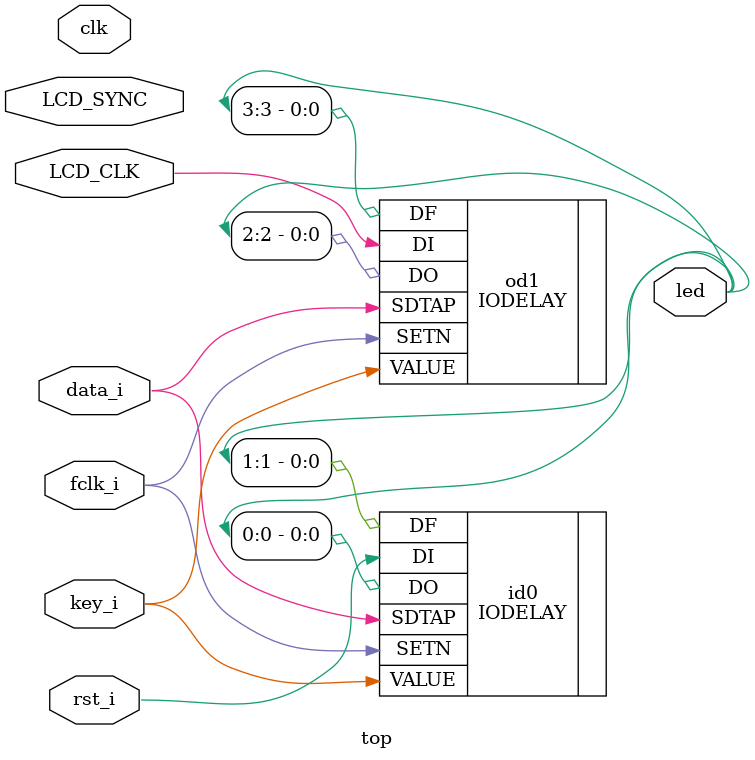
<source format=v>
/* */
module top (
    input clk,
	input key_i,
	input rst_i,
	input data_i,
	input fclk_i,
	input LCD_CLK,
	input LCD_SYNC,
	output [5:0] led
);


IODELAY id0(
	.DO(led[0]),
	.DI(rst_i),
	.DF(led[1]),
	.SDTAP(data_i),
	.SETN(fclk_i),
	.VALUE(key_i)
);
defparam id0.C_STATIC_DLY='d96;

IODELAY od1(
	.DO(led[2]),
	.DI(LCD_CLK),
	.DF(led[3]),
	.SDTAP(data_i),
	.SETN(fclk_i),
	.VALUE(key_i)
);
defparam od1.C_STATIC_DLY='d63;

endmodule


</source>
